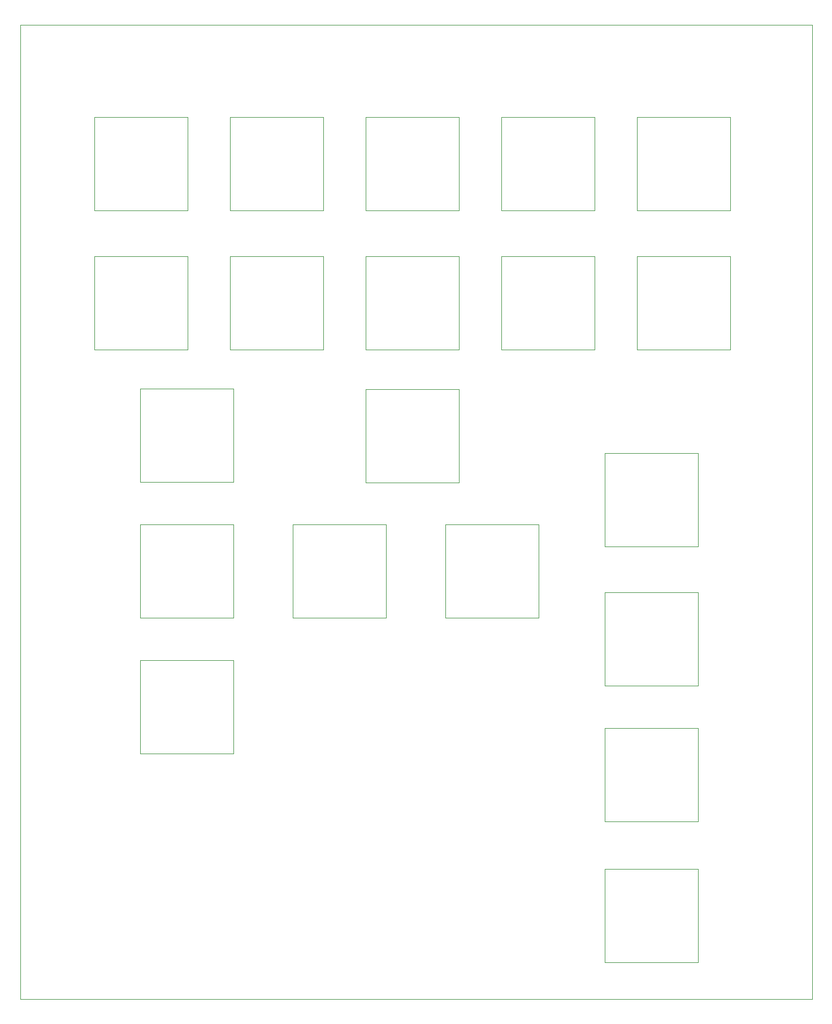
<source format=gbr>
%TF.GenerationSoftware,KiCad,Pcbnew,(7.0.0)*%
%TF.CreationDate,2023-06-10T10:58:39-03:00*%
%TF.ProjectId,panel,70616e65-6c2e-46b6-9963-61645f706362,rev?*%
%TF.SameCoordinates,Original*%
%TF.FileFunction,Profile,NP*%
%FSLAX46Y46*%
G04 Gerber Fmt 4.6, Leading zero omitted, Abs format (unit mm)*
G04 Created by KiCad (PCBNEW (7.0.0)) date 2023-06-10 10:58:39*
%MOMM*%
%LPD*%
G01*
G04 APERTURE LIST*
%TA.AperFunction,Profile*%
%ADD10C,0.100000*%
%TD*%
G04 APERTURE END LIST*
D10*
X156967256Y-25226944D02*
X38349256Y-25226944D01*
X90119200Y-79756000D02*
X104089200Y-79756000D01*
X110439200Y-59867800D02*
X124409200Y-59867800D01*
X139903200Y-130479800D02*
X139903200Y-144449800D01*
X69799200Y-53009800D02*
X69799200Y-39039800D01*
X125933200Y-103301800D02*
X125933200Y-89331800D01*
X70307200Y-93649800D02*
X56337200Y-93649800D01*
X79197200Y-99999800D02*
X93167200Y-99999800D01*
X90119200Y-73837800D02*
X90119200Y-59867800D01*
X139903200Y-124129800D02*
X125933200Y-124129800D01*
X125933200Y-144449800D02*
X125933200Y-130479800D01*
X124409200Y-39039800D02*
X124409200Y-53009800D01*
X69799200Y-73837800D02*
X69799200Y-59867800D01*
X104089200Y-93726000D02*
X90119200Y-93726000D01*
X139903200Y-165531800D02*
X125933200Y-165531800D01*
X116027200Y-113969800D02*
X102057200Y-113969800D01*
X70307200Y-99999800D02*
X70307200Y-113969800D01*
X110439200Y-39039800D02*
X124409200Y-39039800D01*
X125933200Y-124129800D02*
X125933200Y-110159800D01*
X70307200Y-120319800D02*
X70307200Y-134289800D01*
X144729200Y-39039800D02*
X144729200Y-53009800D01*
X139903200Y-144449800D02*
X125933200Y-144449800D01*
X56337200Y-134289800D02*
X56337200Y-120319800D01*
X56337200Y-79679800D02*
X70307200Y-79679800D01*
X144729200Y-73837800D02*
X130759200Y-73837800D01*
X90119200Y-93726000D02*
X90119200Y-79756000D01*
X139903200Y-103301800D02*
X125933200Y-103301800D01*
X90119200Y-53009800D02*
X90119200Y-39039800D01*
X130759200Y-39039800D02*
X144729200Y-39039800D01*
X139903200Y-151561800D02*
X139903200Y-165531800D01*
X156967256Y-171073744D02*
X38349256Y-171073744D01*
X125933200Y-165531800D02*
X125933200Y-151561800D01*
X124409200Y-73837800D02*
X110439200Y-73837800D01*
X104089200Y-59867800D02*
X104089200Y-73837800D01*
X63449200Y-53009800D02*
X49479200Y-53009800D01*
X56337200Y-120319800D02*
X70307200Y-120319800D01*
X125933200Y-89331800D02*
X139903200Y-89331800D01*
X83769200Y-73837800D02*
X69799200Y-73837800D01*
X93167200Y-99999800D02*
X93167200Y-113969800D01*
X130759200Y-53009800D02*
X130759200Y-39039800D01*
X104089200Y-53009800D02*
X90119200Y-53009800D01*
X125933200Y-130479800D02*
X139903200Y-130479800D01*
X110439200Y-53009800D02*
X110439200Y-39039800D01*
X116027200Y-99999800D02*
X116027200Y-113969800D01*
X104089200Y-73837800D02*
X90119200Y-73837800D01*
X90119200Y-39039800D02*
X104089200Y-39039800D01*
X38349256Y-171073744D02*
X38349256Y-25226944D01*
X156967256Y-25226944D02*
X156967256Y-171073744D01*
X144729200Y-59867800D02*
X144729200Y-73837800D01*
X69799200Y-39039800D02*
X83769200Y-39039800D01*
X102057200Y-99999800D02*
X116027200Y-99999800D01*
X49479200Y-53009800D02*
X49504600Y-39039800D01*
X49479200Y-73837800D02*
X49479200Y-59867800D01*
X125933200Y-110159800D02*
X139903200Y-110159800D01*
X83769200Y-59867800D02*
X83769200Y-73837800D01*
X70307200Y-134289800D02*
X56337200Y-134289800D01*
X49479200Y-59867800D02*
X63449200Y-59867800D01*
X104089200Y-79756000D02*
X104089200Y-93726000D01*
X139903200Y-89331800D02*
X139903200Y-103301800D01*
X83769200Y-53009800D02*
X69799200Y-53009800D01*
X102057200Y-113969800D02*
X102057200Y-99999800D01*
X63449200Y-73837800D02*
X49479200Y-73837800D01*
X93167200Y-113969800D02*
X79197200Y-113969800D01*
X104089200Y-39039800D02*
X104089200Y-53009800D01*
X49504600Y-39039800D02*
X63449200Y-39039800D01*
X139903200Y-110159800D02*
X139903200Y-124129800D01*
X144729200Y-53009800D02*
X130759200Y-53009800D01*
X125933200Y-151561800D02*
X139903200Y-151561800D01*
X124409200Y-59867800D02*
X124409200Y-73837800D01*
X56337200Y-93649800D02*
X56337200Y-79679800D01*
X56337200Y-99999800D02*
X70307200Y-99999800D01*
X124409200Y-53009800D02*
X110439200Y-53009800D01*
X63449200Y-39039800D02*
X63449200Y-53009800D01*
X130759200Y-73837800D02*
X130759200Y-59867800D01*
X83769200Y-39039800D02*
X83769200Y-53009800D01*
X90119200Y-59867800D02*
X104089200Y-59867800D01*
X130759200Y-59867800D02*
X144729200Y-59867800D01*
X110439200Y-73837800D02*
X110439200Y-59867800D01*
X79197200Y-113969800D02*
X79197200Y-99999800D01*
X70307200Y-79679800D02*
X70307200Y-93649800D01*
X69799200Y-59867800D02*
X83769200Y-59867800D01*
X70307200Y-113969800D02*
X56337200Y-113969800D01*
X63449200Y-59867800D02*
X63449200Y-73837800D01*
X56337200Y-113969800D02*
X56337200Y-99999800D01*
M02*

</source>
